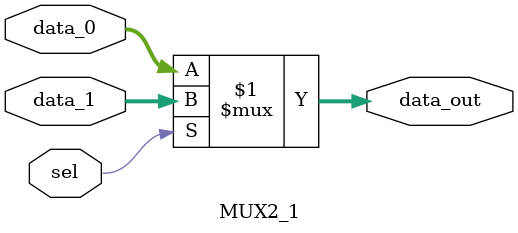
<source format=sv>

module MUX2_1
   #(parameter WIDTH=4)
   (input logic [WIDTH-1:0] data_0,data_1,
    input logic sel,
    output logic [WIDTH-1:0] data_out);
	 assign data_out = sel ? data_1 : data_0;
   endmodule
</source>
